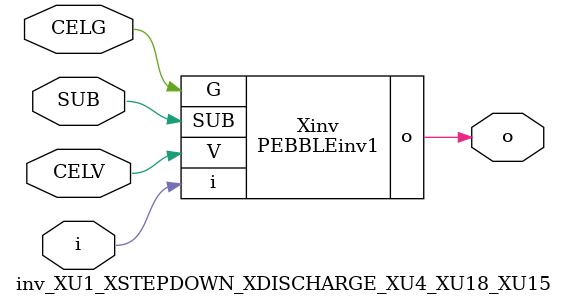
<source format=v>



module PEBBLEinv1 ( o, G, SUB, V, i );

  input V;
  input i;
  input G;
  output o;
  input SUB;
endmodule

//Celera Confidential Do Not Copy inv_XU1_XSTEPDOWN_XDISCHARGE_XU4_XU18_XU15
//Celera Confidential Symbol Generator
//5V Inverter
module inv_XU1_XSTEPDOWN_XDISCHARGE_XU4_XU18_XU15 (CELV,CELG,i,o,SUB);
input CELV;
input CELG;
input i;
input SUB;
output o;

//Celera Confidential Do Not Copy inv
PEBBLEinv1 Xinv(
.V (CELV),
.i (i),
.o (o),
.SUB (SUB),
.G (CELG)
);
//,diesize,PEBBLEinv1

//Celera Confidential Do Not Copy Module End
//Celera Schematic Generator
endmodule

</source>
